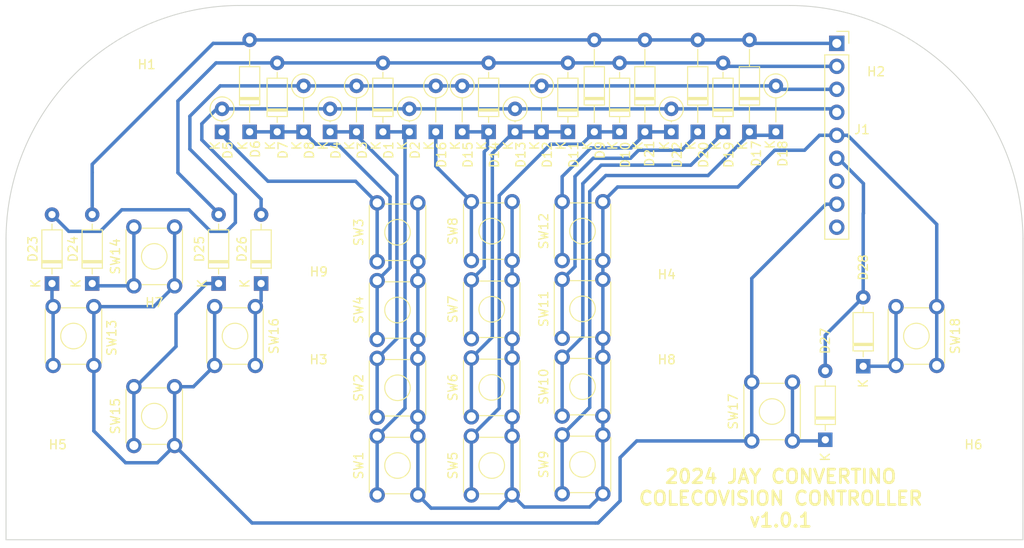
<source format=kicad_pcb>
(kicad_pcb (version 20221018) (generator pcbnew)
  (layers (0 "F.Cu" signal) (31 "B.Cu" signal) (34 "B.Paste" user) (35 "F.Paste" user) (36 "B.SilkS" user "B.Silkscreen") (37 "F.SilkS" user "F.Silkscreen") (38 "B.Mask" user) (39 "F.Mask" user) (44 "Edge.Cuts" user))
  (net 0 "")
  (net 1 "/DIN_2")
  (net 2 "/DIN_4")
  (net 3 "/DIN_3")
  (net 4 "/DIN_1")
  (net 5 "Net-(D1-K)")
  (net 6 "/DIN_8")
  (net 7 "Net-(D3-K)")
  (net 8 "/DIN_6")
  (net 9 "/DIN_5")
  (net 10 "Net-(D5-K)")
  (net 11 "Net-(D6-K)")
  (net 12 "Net-(D10-K)")
  (net 13 "Net-(D11-K)")
  (net 14 "Net-(D14-K)")
  (net 15 "Net-(D16-K)")
  (net 16 "Net-(D17-K)")
  (net 17 "Net-(D19-K)")
  (net 18 "Net-(D20-K)")
  (net 19 "Net-(D21-K)")
  (net 20 "Net-(D23-K)")
  (net 21 "Net-(D24-K)")
  (net 22 "Net-(D25-K)")
  (net 23 "Net-(D26-K)")
  (net 24 "Net-(D27-K)")
  (net 25 "Net-(D28-K)")
  (footprint "Diode_THT:D_DO-35_SOD27_P7.62mm_Horizontal" (layer "F.Cu") (at 128.651 85.852 90)
    (fp_text reference "D1" (at -2.032 0.635 90) (layer "F.SilkS"))
    (fp_text value "D_Small")
    (fp_text user "K" (at -1.524 -0.762 90) (layer "F.SilkS"))
    (pad "1" thru_hole rect (at 0 0 90) (size 1.6 1.6) (drill 0.8) (layers "*.Cu" "*.Mask") (net 5 "Net-(D1-K)"))
    (pad "2" thru_hole oval (at 7.62 0 90) (size 1.6 1.6) (drill 0.8) (layers "*.Cu" "*.Mask") (net 1 "/DIN_2"))
  )
  (footprint "Diode_THT:D_DO-35_SOD27_P2.54mm_Vertical_KathodeUp" (layer "F.Cu") (at 131.572 85.852 90)
    (fp_text reference "D2" (at -2.032 0.635 90) (layer "F.SilkS"))
    (fp_text value "D_Small")
    (fp_text user "K" (at -1.524 -0.762 90) (layer "F.SilkS"))
    (pad "1" thru_hole rect (at 0 0 90) (size 1.6 1.6) (drill 0.8) (layers "*.Cu" "*.Mask") (net 5 "Net-(D1-K)"))
    (pad "2" thru_hole oval (at 2.54 0 90) (size 1.6 1.6) (drill 0.8) (layers "*.Cu" "*.Mask") (net 2 "/DIN_4"))
  )
  (footprint "Diode_THT:D_DO-35_SOD27_P2.54mm_Vertical_KathodeUp" (layer "F.Cu") (at 122.809 85.852 90)
    (fp_text reference "D4" (at -2.032 0.635 90) (layer "F.SilkS"))
    (fp_text value "D_Small")
    (fp_text user "K" (at -1.524 -0.762 90) (layer "F.SilkS"))
    (pad "1" thru_hole rect (at 0 0 90) (size 1.6 1.6) (drill 0.8) (layers "*.Cu" "*.Mask") (net 7 "Net-(D3-K)"))
    (pad "2" thru_hole oval (at 2.54 0 90) (size 1.6 1.6) (drill 0.8) (layers "*.Cu" "*.Mask") (net 2 "/DIN_4"))
  )
  (footprint "Diode_THT:D_DO-35_SOD27_P2.54mm_Vertical_KathodeUp" (layer "F.Cu") (at 110.871 85.852 90)
    (fp_text reference "D5" (at -2.032 0.635 90) (layer "F.SilkS"))
    (fp_text value "D_Small")
    (fp_text user "K" (at -1.524 -0.762 90) (layer "F.SilkS"))
    (pad "1" thru_hole rect (at 0 0 90) (size 1.6 1.6) (drill 0.8) (layers "*.Cu" "*.Mask") (net 10 "Net-(D5-K)"))
    (pad "2" thru_hole oval (at 2.54 0 90) (size 1.6 1.6) (drill 0.8) (layers "*.Cu" "*.Mask") (net 2 "/DIN_4"))
  )
  (footprint "Diode_THT:D_DO-35_SOD27_P10.16mm_Horizontal" (layer "F.Cu") (at 113.919 85.852 90)
    (fp_text reference "D6" (at -1.905 0.635 90) (layer "F.SilkS"))
    (fp_text value "D_Small")
    (fp_text user "K" (at -1.524 -0.762 90) (layer "F.SilkS"))
    (pad "1" thru_hole rect (at 0 0 90) (size 1.6 1.6) (drill 0.8) (layers "*.Cu" "*.Mask") (net 11 "Net-(D6-K)"))
    (pad "2" thru_hole oval (at 10.16 0 90) (size 1.6 1.6) (drill 0.8) (layers "*.Cu" "*.Mask") (net 4 "/DIN_1"))
  )
  (footprint "Diode_THT:D_DO-35_SOD27_P7.62mm_Horizontal" (layer "F.Cu") (at 116.967 85.852 90)
    (fp_text reference "D7" (at -2.032 0.635 90) (layer "F.SilkS"))
    (fp_text value "D_Small")
    (fp_text user "K" (at -1.524 -0.762 90) (layer "F.SilkS"))
    (pad "1" thru_hole rect (at 0 0 90) (size 1.6 1.6) (drill 0.8) (layers "*.Cu" "*.Mask") (net 11 "Net-(D6-K)"))
    (pad "2" thru_hole oval (at 7.62 0 90) (size 1.6 1.6) (drill 0.8) (layers "*.Cu" "*.Mask") (net 1 "/DIN_2"))
  )
  (footprint "Diode_THT:D_DO-35_SOD27_P5.08mm_Vertical_KathodeUp" (layer "F.Cu") (at 119.888 85.852 90)
    (fp_text reference "D8" (at -2.032 0.635 90) (layer "F.SilkS"))
    (fp_text value "D_Small")
    (fp_text user "K" (at -1.524 -0.762 90) (layer "F.SilkS"))
    (pad "1" thru_hole rect (at 0 0 90) (size 1.6 1.6) (drill 0.8) (layers "*.Cu" "*.Mask") (net 11 "Net-(D6-K)"))
    (pad "2" thru_hole oval (at 5.08 0 90) (size 1.6 1.6) (drill 0.8) (layers "*.Cu" "*.Mask") (net 3 "/DIN_3"))
  )
  (footprint "Diode_THT:D_DO-35_SOD27_P10.16mm_Horizontal" (layer "F.Cu") (at 152.019 85.852 90)
    (fp_text reference "D9" (at -2.032 0.635 90) (layer "F.SilkS"))
    (fp_text value "D_Small")
    (fp_text user "K" (at -1.524 -0.762 90) (layer "F.SilkS"))
    (pad "1" thru_hole rect (at 0 0 90) (size 1.6 1.6) (drill 0.8) (layers "*.Cu" "*.Mask") (net 12 "Net-(D10-K)"))
    (pad "2" thru_hole oval (at 10.16 0 90) (size 1.6 1.6) (drill 0.8) (layers "*.Cu" "*.Mask") (net 4 "/DIN_1"))
  )
  (footprint "Diode_THT:D_DO-35_SOD27_P7.62mm_Horizontal" (layer "F.Cu") (at 154.813 85.852 90)
    (fp_text reference "D10" (at -2.54 0.635 90) (layer "F.SilkS"))
    (fp_text value "D_Small")
    (fp_text user "K" (at -1.524 -0.762 90) (layer "F.SilkS"))
    (pad "1" thru_hole rect (at 0 0 90) (size 1.6 1.6) (drill 0.8) (layers "*.Cu" "*.Mask") (net 12 "Net-(D10-K)"))
    (pad "2" thru_hole oval (at 7.62 0 90) (size 1.6 1.6) (drill 0.8) (layers "*.Cu" "*.Mask") (net 1 "/DIN_2"))
  )
  (footprint "Diode_THT:D_DO-35_SOD27_P7.62mm_Horizontal" (layer "F.Cu") (at 149.098 85.852 90)
    (fp_text reference "D11" (at -2.54 0.635 90) (layer "F.SilkS"))
    (fp_text value "D_Small")
    (fp_text user "K" (at -1.524 -0.762 90) (layer "F.SilkS"))
    (pad "1" thru_hole rect (at 0 0 90) (size 1.6 1.6) (drill 0.8) (layers "*.Cu" "*.Mask") (net 13 "Net-(D11-K)"))
    (pad "2" thru_hole oval (at 7.62 0 90) (size 1.6 1.6) (drill 0.8) (layers "*.Cu" "*.Mask") (net 1 "/DIN_2"))
  )
  (footprint "Diode_THT:D_DO-35_SOD27_P5.08mm_Vertical_KathodeUp" (layer "F.Cu") (at 146.177 85.852 90)
    (fp_text reference "D12" (at -2.54 0.635 90) (layer "F.SilkS"))
    (fp_text value "D_Small")
    (fp_text user "K" (at -1.524 -0.762 90) (layer "F.SilkS"))
    (pad "1" thru_hole rect (at 0 0 90) (size 1.6 1.6) (drill 0.8) (layers "*.Cu" "*.Mask") (net 13 "Net-(D11-K)"))
    (pad "2" thru_hole oval (at 5.08 0 90) (size 1.6 1.6) (drill 0.8) (layers "*.Cu" "*.Mask") (net 3 "/DIN_3"))
  )
  (footprint "Diode_THT:D_DO-35_SOD27_P2.54mm_Vertical_KathodeUp" (layer "F.Cu") (at 143.256 85.852 90)
    (fp_text reference "D13" (at -2.54 0.635 90) (layer "F.SilkS"))
    (fp_text value "D_Small")
    (fp_text user "K" (at -1.524 -0.762 90) (layer "F.SilkS"))
    (pad "1" thru_hole rect (at 0 0 90) (size 1.6 1.6) (drill 0.8) (layers "*.Cu" "*.Mask") (net 13 "Net-(D11-K)"))
    (pad "2" thru_hole oval (at 2.54 0 90) (size 1.6 1.6) (drill 0.8) (layers "*.Cu" "*.Mask") (net 2 "/DIN_4"))
  )
  (footprint "Diode_THT:D_DO-35_SOD27_P7.62mm_Horizontal" (layer "F.Cu") (at 140.335 85.852 90)
    (fp_text reference "D14" (at -2.54 0.635 90) (layer "F.SilkS"))
    (fp_text value "D_Small")
    (fp_text user "K" (at -1.524 -0.762 90) (layer "F.SilkS"))
    (pad "1" thru_hole rect (at 0 0 90) (size 1.6 1.6) (drill 0.8) (layers "*.Cu" "*.Mask") (net 14 "Net-(D14-K)"))
    (pad "2" thru_hole oval (at 7.62 0 90) (size 1.6 1.6) (drill 0.8) (layers "*.Cu" "*.Mask") (net 1 "/DIN_2"))
  )
  (footprint "Diode_THT:D_DO-35_SOD27_P5.08mm_Vertical_KathodeUp" (layer "F.Cu") (at 137.414 85.852 90)
    (fp_text reference "D15" (at -2.54 0.635 90) (layer "F.SilkS"))
    (fp_text value "D_Small")
    (fp_text user "K" (at -1.524 -0.762 90) (layer "F.SilkS"))
    (pad "1" thru_hole rect (at 0 0 90) (size 1.6 1.6) (drill 0.8) (layers "*.Cu" "*.Mask") (net 14 "Net-(D14-K)"))
    (pad "2" thru_hole oval (at 5.08 0 90) (size 1.6 1.6) (drill 0.8) (layers "*.Cu" "*.Mask") (net 3 "/DIN_3"))
  )
  (footprint "Diode_THT:D_DO-35_SOD27_P5.08mm_Vertical_KathodeUp" (layer "F.Cu") (at 134.493 85.852 90)
    (fp_text reference "D16" (at -2.54 0.635 90) (layer "F.SilkS"))
    (fp_text value "D_Small")
    (fp_text user "K" (at -1.524 -0.762 90) (layer "F.SilkS"))
    (pad "1" thru_hole rect (at 0 0 90) (size 1.6 1.6) (drill 0.8) (layers "*.Cu" "*.Mask") (net 15 "Net-(D16-K)"))
    (pad "2" thru_hole oval (at 5.08 0 90) (size 1.6 1.6) (drill 0.8) (layers "*.Cu" "*.Mask") (net 3 "/DIN_3"))
  )
  (footprint "Diode_THT:D_DO-35_SOD27_P10.16mm_Horizontal" (layer "F.Cu") (at 169.164 85.852 90)
    (fp_text reference "D17" (at -2.413 0.762 90) (layer "F.SilkS"))
    (fp_text value "D_Small")
    (fp_text user "K" (at -1.524 -0.762 90) (layer "F.SilkS"))
    (pad "1" thru_hole rect (at 0 0 90) (size 1.6 1.6) (drill 0.8) (layers "*.Cu" "*.Mask") (net 16 "Net-(D17-K)"))
    (pad "2" thru_hole oval (at 10.16 0 90) (size 1.6 1.6) (drill 0.8) (layers "*.Cu" "*.Mask") (net 4 "/DIN_1"))
  )
  (footprint "Diode_THT:D_DO-35_SOD27_P5.08mm_Vertical_KathodeUp" (layer "F.Cu") (at 172.085 85.852 90)
    (fp_text reference "D18" (at -2.413 0.762 90) (layer "F.SilkS"))
    (fp_text value "D_Small")
    (fp_text user "K" (at -1.397 -0.635 90) (layer "F.SilkS"))
    (pad "1" thru_hole rect (at 0 0 90) (size 1.6 1.6) (drill 0.8) (layers "*.Cu" "*.Mask") (net 16 "Net-(D17-K)"))
    (pad "2" thru_hole oval (at 5.08 0 90) (size 1.6 1.6) (drill 0.8) (layers "*.Cu" "*.Mask") (net 3 "/DIN_3"))
  )
  (footprint "Diode_THT:D_DO-35_SOD27_P7.62mm_Horizontal" (layer "F.Cu") (at 166.243 85.852 90)
    (fp_text reference "D19" (at -2.54 0.635 90) (layer "F.SilkS"))
    (fp_text value "D_Small")
    (fp_text user "K" (at -1.524 -0.762 90) (layer "F.SilkS"))
    (pad "1" thru_hole rect (at 0 0 90) (size 1.6 1.6) (drill 0.8) (layers "*.Cu" "*.Mask") (net 17 "Net-(D19-K)"))
    (pad "2" thru_hole oval (at 7.62 0 90) (size 1.6 1.6) (drill 0.8) (layers "*.Cu" "*.Mask") (net 1 "/DIN_2"))
  )
  (footprint "Diode_THT:D_DO-35_SOD27_P10.16mm_Horizontal" (layer "F.Cu") (at 163.449 85.852 90)
    (fp_text reference "D20" (at -2.54 0.635 270) (layer "F.SilkS"))
    (fp_text value "D_Small")
    (fp_text user "K" (at -1.524 -0.762 90) (layer "F.SilkS"))
    (pad "1" thru_hole rect (at 0 0 90) (size 1.6 1.6) (drill 0.8) (layers "*.Cu" "*.Mask") (net 18 "Net-(D20-K)"))
    (pad "2" thru_hole oval (at 10.16 0 90) (size 1.6 1.6) (drill 0.8) (layers "*.Cu" "*.Mask") (net 4 "/DIN_1"))
  )
  (footprint "Diode_THT:D_DO-35_SOD27_P10.16mm_Horizontal" (layer "F.Cu") (at 157.607 85.852 90)
    (fp_text reference "D21" (at -2.413 0.508 270) (layer "F.SilkS"))
    (fp_text value "D_Small")
    (fp_text user "K" (at -1.524 -0.762 90) (layer "F.SilkS"))
    (pad "1" thru_hole rect (at 0 0 90) (size 1.6 1.6) (drill 0.8) (layers "*.Cu" "*.Mask") (net 19 "Net-(D21-K)"))
    (pad "2" thru_hole oval (at 10.16 0 90) (size 1.6 1.6) (drill 0.8) (layers "*.Cu" "*.Mask") (net 4 "/DIN_1"))
  )
  (footprint "Diode_THT:D_DO-35_SOD27_P2.54mm_Vertical_KathodeUp" (layer "F.Cu") (at 160.528 85.852 90)
    (fp_text reference "D22" (at -2.54 0.635 90) (layer "F.SilkS"))
    (fp_text value "D_Small")
    (fp_text user "K" (at -1.524 -0.762 90) (layer "F.SilkS"))
    (pad "1" thru_hole rect (at 0 0 90) (size 1.6 1.6) (drill 0.8) (layers "*.Cu" "*.Mask") (net 19 "Net-(D21-K)"))
    (pad "2" thru_hole oval (at 2.54 0 90) (size 1.6 1.6) (drill 0.8) (layers "*.Cu" "*.Mask") (net 2 "/DIN_4"))
  )
  (footprint "Connector_PinSocket_2.54mm:PinSocket_1x09_P2.54mm_Vertical" (layer "F.Cu") (at 178.816 76.073)
    (fp_text reference "J1" (at 2.794 9.525) (layer "F.SilkS"))
    (fp_text value "Conn_01x09")
    (pad "1" thru_hole rect (at 0 0) (size 1.7 1.7) (drill 1) (layers "*.Cu" "*.Mask") (net 4 "/DIN_1"))
    (pad "2" thru_hole oval (at 0 2.54) (size 1.7 1.7) (drill 1) (layers "*.Cu" "*.Mask") (net 1 "/DIN_2"))
    (pad "3" thru_hole oval (at 0 5.08) (size 1.7 1.7) (drill 1) (layers "*.Cu" "*.Mask") (net 3 "/DIN_3"))
    (pad "4" thru_hole oval (at 0 7.62) (size 1.7 1.7) (drill 1) (layers "*.Cu" "*.Mask") (net 2 "/DIN_4"))
    (pad "5" thru_hole oval (at 0 10.16) (size 1.7 1.7) (drill 1) (layers "*.Cu" "*.Mask") (net 9 "/DIN_5"))
    (pad "6" thru_hole oval (at 0 12.7) (size 1.7 1.7) (drill 1) (layers "*.Cu" "*.Mask") (net 8 "/DIN_6"))
    (pad "7" thru_hole oval (at 0 15.24) (size 1.7 1.7) (drill 1) (layers "*.Cu" "*.Mask"))
    (pad "8" thru_hole oval (at 0 17.78) (size 1.7 1.7) (drill 1) (layers "*.Cu" "*.Mask") (net 6 "/DIN_8"))
    (pad "9" thru_hole oval (at 0 20.32) (size 1.7 1.7) (drill 1) (layers "*.Cu" "*.Mask"))
  )
  (footprint "Button_Switch_THT:SW_TH_Tactile_Omron_B3F-10xx" (layer "F.Cu") (at 128.016 125.984 90)
    (fp_text reference "SW1" (at 3.25 -2.05 90) (layer "F.SilkS"))
    (fp_text value "SW_AST")
    (pad "1" thru_hole circle (at 0 0 90) (size 1.7 1.7) (drill 1) (layers "*.Cu" "*.Mask") (net 5 "Net-(D1-K)"))
    (pad "2" thru_hole circle (at 6.5 0 90) (size 1.7 1.7) (drill 1) (layers "*.Cu" "*.Mask") (net 5 "Net-(D1-K)"))
    (pad "3" thru_hole circle (at 0 4.5 90) (size 1.7 1.7) (drill 1) (layers "*.Cu" "*.Mask") (net 9 "/DIN_5"))
    (pad "4" thru_hole circle (at 6.5 4.5 90) (size 1.7 1.7) (drill 1) (layers "*.Cu" "*.Mask") (net 9 "/DIN_5"))
  )
  (footprint "Button_Switch_THT:SW_TH_Tactile_Omron_B3F-10xx" (layer "F.Cu") (at 128.016 117.390332 90)
    (fp_text reference "SW2" (at 3.25 -2.05 90) (layer "F.SilkS"))
    (fp_text value "SW_7")
    (pad "1" thru_hole circle (at 0 0 90) (size 1.7 1.7) (drill 1) (layers "*.Cu" "*.Mask") (net 7 "Net-(D3-K)"))
    (pad "2" thru_hole circle (at 6.5 0 90) (size 1.7 1.7) (drill 1) (layers "*.Cu" "*.Mask") (net 7 "Net-(D3-K)"))
    (pad "3" thru_hole circle (at 0 4.5 90) (size 1.7 1.7) (drill 1) (layers "*.Cu" "*.Mask") (net 9 "/DIN_5"))
    (pad "4" thru_hole circle (at 6.5 4.5 90) (size 1.7 1.7) (drill 1) (layers "*.Cu" "*.Mask") (net 9 "/DIN_5"))
  )
  (footprint "Button_Switch_THT:SW_TH_Tactile_Omron_B3F-10xx" (layer "F.Cu") (at 128.016 100.203 90)
    (fp_text reference "SW3" (at 3.25 -2.05 90) (layer "F.SilkS"))
    (fp_text value "SW_1")
    (pad "1" thru_hole circle (at 0 0 90) (size 1.7 1.7) (drill 1) (layers "*.Cu" "*.Mask") (net 10 "Net-(D5-K)"))
    (pad "2" thru_hole circle (at 6.5 0 90) (size 1.7 1.7) (drill 1) (layers "*.Cu" "*.Mask") (net 10 "Net-(D5-K)"))
    (pad "3" thru_hole circle (at 0 4.5 90) (size 1.7 1.7) (drill 1) (layers "*.Cu" "*.Mask") (net 9 "/DIN_5"))
    (pad "4" thru_hole circle (at 6.5 4.5 90) (size 1.7 1.7) (drill 1) (layers "*.Cu" "*.Mask") (net 9 "/DIN_5"))
  )
  (footprint "Button_Switch_THT:SW_TH_Tactile_Omron_B3F-10xx" (layer "F.Cu") (at 128.016 108.796666 90)
    (fp_text reference "SW4" (at 3.25 -2.05 90) (layer "F.SilkS"))
    (fp_text value "SW_4")
    (pad "1" thru_hole circle (at 0 0 90) (size 1.7 1.7) (drill 1) (layers "*.Cu" "*.Mask") (net 11 "Net-(D6-K)"))
    (pad "2" thru_hole circle (at 6.5 0 90) (size 1.7 1.7) (drill 1) (layers "*.Cu" "*.Mask") (net 11 "Net-(D6-K)"))
    (pad "3" thru_hole circle (at 0 4.5 90) (size 1.7 1.7) (drill 1) (layers "*.Cu" "*.Mask") (net 9 "/DIN_5"))
    (pad "4" thru_hole circle (at 6.5 4.5 90) (size 1.7 1.7) (drill 1) (layers "*.Cu" "*.Mask") (net 9 "/DIN_5"))
  )
  (footprint "Button_Switch_THT:SW_TH_Tactile_Omron_B3F-10xx" (layer "F.Cu") (at 138.43 125.984 90)
    (fp_text reference "SW5" (at 3.25 -2.05 90) (layer "F.SilkS"))
    (fp_text value "SW_0")
    (pad "1" thru_hole circle (at 0 0 90) (size 1.7 1.7) (drill 1) (layers "*.Cu" "*.Mask") (net 12 "Net-(D10-K)"))
    (pad "2" thru_hole circle (at 6.5 0 90) (size 1.7 1.7) (drill 1) (layers "*.Cu" "*.Mask") (net 12 "Net-(D10-K)"))
    (pad "3" thru_hole circle (at 0 4.5 90) (size 1.7 1.7) (drill 1) (layers "*.Cu" "*.Mask") (net 9 "/DIN_5"))
    (pad "4" thru_hole circle (at 6.5 4.5 90) (size 1.7 1.7) (drill 1) (layers "*.Cu" "*.Mask") (net 9 "/DIN_5"))
  )
  (footprint "Button_Switch_THT:SW_TH_Tactile_Omron_B3F-10xx" (layer "F.Cu") (at 138.43 117.348 90)
    (fp_text reference "SW6" (at 3.25 -2.05 90) (layer "F.SilkS"))
    (fp_text value "SW_8")
    (pad "1" thru_hole circle (at 0 0 90) (size 1.7 1.7) (drill 1) (layers "*.Cu" "*.Mask") (net 13 "Net-(D11-K)"))
    (pad "2" thru_hole circle (at 6.5 0 90) (size 1.7 1.7) (drill 1) (layers "*.Cu" "*.Mask") (net 13 "Net-(D11-K)"))
    (pad "3" thru_hole circle (at 0 4.5 90) (size 1.7 1.7) (drill 1) (layers "*.Cu" "*.Mask") (net 9 "/DIN_5"))
    (pad "4" thru_hole circle (at 6.5 4.5 90) (size 1.7 1.7) (drill 1) (layers "*.Cu" "*.Mask") (net 9 "/DIN_5"))
  )
  (footprint "Button_Switch_THT:SW_TH_Tactile_Omron_B3F-10xx" (layer "F.Cu") (at 138.43 108.712 90)
    (fp_text reference "SW7" (at 3.25 -2.05 90) (layer "F.SilkS"))
    (fp_text value "SW_5")
    (pad "1" thru_hole circle (at 0 0 90) (size 1.7 1.7) (drill 1) (layers "*.Cu" "*.Mask") (net 14 "Net-(D14-K)"))
    (pad "2" thru_hole circle (at 6.5 0 90) (size 1.7 1.7) (drill 1) (layers "*.Cu" "*.Mask") (net 14 "Net-(D14-K)"))
    (pad "3" thru_hole circle (at 0 4.5 90) (size 1.7 1.7) (drill 1) (layers "*.Cu" "*.Mask") (net 9 "/DIN_5"))
    (pad "4" thru_hole circle (at 6.5 4.5 90) (size 1.7 1.7) (drill 1) (layers "*.Cu" "*.Mask") (net 9 "/DIN_5"))
  )
  (footprint "Button_Switch_THT:SW_TH_Tactile_Omron_B3F-10xx" (layer "F.Cu") (at 138.43 100.076 90)
    (fp_text reference "SW8" (at 3.25 -2.05 90) (layer "F.SilkS"))
    (fp_text value "SW_2")
    (pad "1" thru_hole circle (at 0 0 90) (size 1.7 1.7) (drill 1) (layers "*.Cu" "*.Mask") (net 15 "Net-(D16-K)"))
    (pad "2" thru_hole circle (at 6.5 0 90) (size 1.7 1.7) (drill 1) (layers "*.Cu" "*.Mask") (net 15 "Net-(D16-K)"))
    (pad "3" thru_hole circle (at 0 4.5 90) (size 1.7 1.7) (drill 1) (layers "*.Cu" "*.Mask") (net 9 "/DIN_5"))
    (pad "4" thru_hole circle (at 6.5 4.5 90) (size 1.7 1.7) (drill 1) (layers "*.Cu" "*.Mask") (net 9 "/DIN_5"))
  )
  (footprint "Button_Switch_THT:SW_TH_Tactile_Omron_B3F-10xx" (layer "F.Cu") (at 148.463 125.857 90)
    (fp_text reference "SW9" (at 3.25 -2.05 90) (layer "F.SilkS"))
    (fp_text value "SW_POUND")
    (pad "1" thru_hole circle (at 0 0 90) (size 1.7 1.7) (drill 1) (layers "*.Cu" "*.Mask") (net 16 "Net-(D17-K)"))
    (pad "2" thru_hole circle (at 6.5 0 90) (size 1.7 1.7) (drill 1) (layers "*.Cu" "*.Mask") (net 16 "Net-(D17-K)"))
    (pad "3" thru_hole circle (at 0 4.5 90) (size 1.7 1.7) (drill 1) (layers "*.Cu" "*.Mask") (net 9 "/DIN_5"))
    (pad "4" thru_hole circle (at 6.5 4.5 90) (size 1.7 1.7) (drill 1) (layers "*.Cu" "*.Mask") (net 9 "/DIN_5"))
  )
  (footprint "Button_Switch_THT:SW_TH_Tactile_Omron_B3F-10xx" (layer "F.Cu") (at 148.463 117.263332 90)
    (fp_text reference "SW10" (at 3.25 -2.05 90) (layer "F.SilkS"))
    (fp_text value "SW_9")
    (pad "1" thru_hole circle (at 0 0 90) (size 1.7 1.7) (drill 1) (layers "*.Cu" "*.Mask") (net 17 "Net-(D19-K)"))
    (pad "2" thru_hole circle (at 6.5 0 90) (size 1.7 1.7) (drill 1) (layers "*.Cu" "*.Mask") (net 17 "Net-(D19-K)"))
    (pad "3" thru_hole circle (at 0 4.5 90) (size 1.7 1.7) (drill 1) (layers "*.Cu" "*.Mask") (net 9 "/DIN_5"))
    (pad "4" thru_hole circle (at 6.5 4.5 90) (size 1.7 1.7) (drill 1) (layers "*.Cu" "*.Mask") (net 9 "/DIN_5"))
  )
  (footprint "Button_Switch_THT:SW_TH_Tactile_Omron_B3F-10xx" (layer "F.Cu") (at 148.463 108.669666 90)
    (fp_text reference "SW11" (at 3.25 -2.05 90) (layer "F.SilkS"))
    (fp_text value "SW_6")
    (pad "1" thru_hole circle (at 0 0 90) (size 1.7 1.7) (drill 1) (layers "*.Cu" "*.Mask") (net 18 "Net-(D20-K)"))
    (pad "2" thru_hole circle (at 6.5 0 90) (size 1.7 1.7) (drill 1) (layers "*.Cu" "*.Mask") (net 18 "Net-(D20-K)"))
    (pad "3" thru_hole circle (at 0 4.5 90) (size 1.7 1.7) (drill 1) (layers "*.Cu" "*.Mask") (net 9 "/DIN_5"))
    (pad "4" thru_hole circle (at 6.5 4.5 90) (size 1.7 1.7) (drill 1) (layers "*.Cu" "*.Mask") (net 9 "/DIN_5"))
  )
  (footprint "Button_Switch_THT:SW_TH_Tactile_Omron_B3F-10xx" (layer "F.Cu") (at 148.463 100.076 90)
    (fp_text reference "SW12" (at 3.25 -2.05 90) (layer "F.SilkS"))
    (fp_text value "SW_3")
    (pad "1" thru_hole circle (at 0 0 90) (size 1.7 1.7) (drill 1) (layers "*.Cu" "*.Mask") (net 19 "Net-(D21-K)"))
    (pad "2" thru_hole circle (at 6.5 0 90) (size 1.7 1.7) (drill 1) (layers "*.Cu" "*.Mask") (net 19 "Net-(D21-K)"))
    (pad "3" thru_hole circle (at 0 4.5 90) (size 1.7 1.7) (drill 1) (layers "*.Cu" "*.Mask") (net 9 "/DIN_5"))
    (pad "4" thru_hole circle (at 6.5 4.5 90) (size 1.7 1.7) (drill 1) (layers "*.Cu" "*.Mask") (net 9 "/DIN_5"))
  )
  (footprint "Button_Switch_THT:SW_TH_Tactile_Omron_B3F-10xx" (layer "F.Cu") (at 92.202 111.672 90)
    (fp_text reference "SW13" (at 3.048 6.477 90) (layer "F.SilkS"))
    (fp_text value "SW_LEFT")
    (pad "1" thru_hole circle (at 0 0 90) (size 1.7 1.7) (drill 1) (layers "*.Cu" "*.Mask") (net 20 "Net-(D23-K)"))
    (pad "2" thru_hole circle (at 6.5 0 90) (size 1.7 1.7) (drill 1) (layers "*.Cu" "*.Mask") (net 20 "Net-(D23-K)"))
    (pad "3" thru_hole circle (at 0 4.5 90) (size 1.7 1.7) (drill 1) (layers "*.Cu" "*.Mask") (net 6 "/DIN_8"))
    (pad "4" thru_hole circle (at 6.5 4.5 90) (size 1.7 1.7) (drill 1) (layers "*.Cu" "*.Mask") (net 6 "/DIN_8"))
  )
  (footprint "Button_Switch_THT:SW_TH_Tactile_Omron_B3F-10xx" (layer "F.Cu") (at 101.128 102.87 90)
    (fp_text reference "SW14" (at 3.25 -2.05 90) (layer "F.SilkS"))
    (fp_text value "SW_UP")
    (pad "1" thru_hole circle (at 0 0 90) (size 1.7 1.7) (drill 1) (layers "*.Cu" "*.Mask") (net 21 "Net-(D24-K)"))
    (pad "2" thru_hole circle (at 6.5 0 90) (size 1.7 1.7) (drill 1) (layers "*.Cu" "*.Mask") (net 21 "Net-(D24-K)"))
    (pad "3" thru_hole circle (at 0 4.5 90) (size 1.7 1.7) (drill 1) (layers "*.Cu" "*.Mask") (net 6 "/DIN_8"))
    (pad "4" thru_hole circle (at 6.5 4.5 90) (size 1.7 1.7) (drill 1) (layers "*.Cu" "*.Mask") (net 6 "/DIN_8"))
  )
  (footprint "Button_Switch_THT:SW_TH_Tactile_Omron_B3F-10xx" (layer "F.Cu") (at 101.128 120.523 90)
    (fp_text reference "SW15" (at 3.25 -2.05 90) (layer "F.SilkS"))
    (fp_text value "SW_DOWN")
    (pad "1" thru_hole circle (at 0 0 90) (size 1.7 1.7) (drill 1) (layers "*.Cu" "*.Mask") (net 22 "Net-(D25-K)"))
    (pad "2" thru_hole circle (at 6.5 0 90) (size 1.7 1.7) (drill 1) (layers "*.Cu" "*.Mask") (net 22 "Net-(D25-K)"))
    (pad "3" thru_hole circle (at 0 4.5 90) (size 1.7 1.7) (drill 1) (layers "*.Cu" "*.Mask") (net 6 "/DIN_8"))
    (pad "4" thru_hole circle (at 6.5 4.5 90) (size 1.7 1.7) (drill 1) (layers "*.Cu" "*.Mask") (net 6 "/DIN_8"))
  )
  (footprint "Button_Switch_THT:SW_TH_Tactile_Omron_B3F-10xx" (layer "F.Cu") (at 114.554 105.172 -90)
    (fp_text reference "SW16" (at 3.25 -2.05 90) (layer "F.SilkS"))
    (fp_text value "SW_RIGHT")
    (pad "1" thru_hole circle (at 0 0 270) (size 1.7 1.7) (drill 1) (layers "*.Cu" "*.Mask") (net 23 "Net-(D26-K)"))
    (pad "2" thru_hole circle (at 6.5 0 270) (size 1.7 1.7) (drill 1) (layers "*.Cu" "*.Mask") (net 23 "Net-(D26-K)"))
    (pad "3" thru_hole circle (at 0 4.5 270) (size 1.7 1.7) (drill 1) (layers "*.Cu" "*.Mask") (net 6 "/DIN_8"))
    (pad "4" thru_hole circle (at 6.5 4.5 270) (size 1.7 1.7) (drill 1) (layers "*.Cu" "*.Mask") (net 6 "/DIN_8"))
  )
  (footprint "Button_Switch_THT:SW_TH_Tactile_Omron_B3F-10xx" (layer "F.Cu") (at 169.418 120.015 90)
    (fp_text reference "SW17" (at 3.25 -2.05 90) (layer "F.SilkS"))
    (fp_text value "SW_FIRE")
    (pad "1" thru_hole circle (at 0 0 90) (size 1.7 1.7) (drill 1) (layers "*.Cu" "*.Mask") (net 6 "/DIN_8"))
    (pad "2" thru_hole circle (at 6.5 0 90) (size 1.7 1.7) (drill 1) (layers "*.Cu" "*.Mask") (net 6 "/DIN_8"))
    (pad "3" thru_hole circle (at 0 4.5 90) (size 1.7 1.7) (drill 1) (layers "*.Cu" "*.Mask") (net 24 "Net-(D27-K)"))
    (pad "4" thru_hole circle (at 6.5 4.5 90) (size 1.7 1.7) (drill 1) (layers "*.Cu" "*.Mask") (net 24 "Net-(D27-K)"))
  )
  (footprint "Button_Switch_THT:SW_TH_Tactile_Omron_B3F-10xx" (layer "F.Cu") (at 189.865 105.172 -90)
    (fp_text reference "SW18" (at 3.25 -2.05 90) (layer "F.SilkS"))
    (fp_text value "SW_ARM")
    (pad "1" thru_hole circle (at 0 0 270) (size 1.7 1.7) (drill 1) (layers "*.Cu" "*.Mask") (net 9 "/DIN_5"))
    (pad "2" thru_hole circle (at 6.5 0 270) (size 1.7 1.7) (drill 1) (layers "*.Cu" "*.Mask") (net 9 "/DIN_5"))
    (pad "3" thru_hole circle (at 0 4.5 270) (size 1.7 1.7) (drill 1) (layers "*.Cu" "*.Mask") (net 25 "Net-(D28-K)"))
    (pad "4" thru_hole circle (at 6.5 4.5 270) (size 1.7 1.7) (drill 1) (layers "*.Cu" "*.Mask") (net 25 "Net-(D28-K)"))
  )
  (footprint "Diode_THT:D_DO-35_SOD27_P7.62mm_Horizontal" (layer "F.Cu") (at 92.075 102.616 90)
    (fp_text reference "D23" (at 3.81 -2.12 90) (layer "F.SilkS"))
    (fp_text value "D_Small")
    (fp_text user "K" (at 0 -1.8 90) (layer "F.SilkS"))
    (pad "1" thru_hole rect (at 0 0 90) (size 1.6 1.6) (drill 0.8) (layers "*.Cu" "*.Mask") (net 20 "Net-(D23-K)"))
    (pad "2" thru_hole oval (at 7.62 0 90) (size 1.6 1.6) (drill 0.8) (layers "*.Cu" "*.Mask") (net 3 "/DIN_3"))
  )
  (footprint "Diode_THT:D_DO-35_SOD27_P7.62mm_Horizontal" (layer "F.Cu") (at 96.52 102.616 90)
    (fp_text reference "D24" (at 3.81 -2.12 90) (layer "F.SilkS"))
    (fp_text value "D_Small")
    (fp_text user "K" (at 0 -1.8 90) (layer "F.SilkS"))
    (pad "1" thru_hole rect (at 0 0 90) (size 1.6 1.6) (drill 0.8) (layers "*.Cu" "*.Mask") (net 21 "Net-(D24-K)"))
    (pad "2" thru_hole oval (at 7.62 0 90) (size 1.6 1.6) (drill 0.8) (layers "*.Cu" "*.Mask") (net 4 "/DIN_1"))
  )
  (footprint "Diode_THT:D_DO-35_SOD27_P7.62mm_Horizontal" (layer "F.Cu") (at 110.49 102.616 90)
    (fp_text reference "D25" (at 3.81 -2.12 90) (layer "F.SilkS"))
    (fp_text value "D_Small")
    (fp_text user "K" (at 0 -1.8 90) (layer "F.SilkS"))
    (pad "1" thru_hole rect (at 0 0 90) (size 1.6 1.6) (drill 0.8) (layers "*.Cu" "*.Mask") (net 22 "Net-(D25-K)"))
    (pad "2" thru_hole oval (at 7.62 0 90) (size 1.6 1.6) (drill 0.8) (layers "*.Cu" "*.Mask") (net 1 "/DIN_2"))
  )
  (footprint "Diode_THT:D_DO-35_SOD27_P7.62mm_Horizontal" (layer "F.Cu") (at 115.189 102.616 90)
    (fp_text reference "D26" (at 3.81 -2.12 90) (layer "F.SilkS"))
    (fp_text value "D_Small")
    (fp_text user "K" (at 0 -1.8 90) (layer "F.SilkS"))
    (pad "1" thru_hole rect (at 0 0 90) (size 1.6 1.6) (drill 0.8) (layers "*.Cu" "*.Mask") (net 23 "Net-(D26-K)"))
    (pad "2" thru_hole oval (at 7.62 0 90) (size 1.6 1.6) (drill 0.8) (layers "*.Cu" "*.Mask") (net 2 "/DIN_4"))
  )
  (footprint "Diode_THT:D_DO-35_SOD27_P7.62mm_Horizontal" (layer "F.Cu") (at 177.546 119.888 90)
    (fp_text reference "D27" (at 10.922 0 90) (layer "F.SilkS"))
    (fp_text value "D_Small")
    (fp_text user "K" (at -1.905 0 90) (layer "F.SilkS"))
    (pad "1" thru_hole rect (at 0 0 90) (size 1.6 1.6) (drill 0.8) (layers "*.Cu" "*.Mask") (net 24 "Net-(D27-K)"))
    (pad "2" thru_hole oval (at 7.62 0 90) (size 1.6 1.6) (drill 0.8) (layers "*.Cu" "*.Mask") (net 8 "/DIN_6"))
  )
  (footprint "Diode_THT:D_DO-35_SOD27_P7.62mm_Horizontal" (layer "F.Cu") (at 181.737 111.76 90)
    (fp_text reference "D28" (at 10.922 0 90) (layer "F.SilkS"))
    (fp_text value "D_Small")
    (fp_text user "K" (at -1.905 0 90) (layer "F.SilkS"))
    (pad "1" thru_hole rect (at 0 0 90) (size 1.6 1.6) (drill 0.8) (layers "*.Cu" "*.Mask") (net 25 "Net-(D28-K)"))
    (pad "2" thru_hole oval (at 7.62 0 90) (size 1.6 1.6) (drill 0.8) (layers "*.Cu" "*.Mask") (net 8 "/DIN_6"))
  )
  (footprint "MountingHole:MountingHole_2.7mm_M2.5" (layer "F.Cu") (at 103.378 108.422)
    (fp_text reference "H7" (at 0 -3.7) (layer "F.SilkS"))
    (fp_text value "MountingHole")
    (pad "" np_thru_hole circle (at 0 0) (size 2.7 2.7) (drill 2.7) (layers "*.Cu" "*.Mask"))
  )
  (footprint "MountingHole:MountingHole_4.3mm_M4" (layer "F.Cu") (at 97.79 82.677)
    (fp_text reference "H1" (at 4.7498 -4.2672) (layer "F.SilkS"))
    (fp_text value "MountingHole")
    (pad "" np_thru_hole circle (at 0 0) (size 4.3 4.3) (drill 4.3) (layers "*.Cu" "*.Mask"))
  )
  (footprint "MountingHole:MountingHole_4.3mm_M4" (layer "F.Cu") (at 187.833 82.677)
    (fp_text reference "H2" (at -4.6736 -3.4798) (layer "F.SilkS"))
    (fp_text value "MountingHole")
    (pad "" np_thru_hole circle (at 0 0) (size 4.3 4.3) (drill 4.3) (layers "*.Cu" "*.Mask"))
  )
  (footprint "MountingHole:MountingHole_4.3mm_M4" (layer "F.Cu") (at 121.539 116.332)
    (fp_text reference "H3" (at 0 -5.3) (layer "F.SilkS"))
    (fp_text value "MountingHole")
    (pad "" np_thru_hole circle (at 0 0) (size 4.3 4.3) (drill 4.3) (layers "*.Cu" "*.Mask"))
  )
  (footprint "MountingHole:MountingHole_4.3mm_M4" (layer "F.Cu") (at 160.02 95.885)
    (fp_text reference "H4" (at 0 5.7404) (layer "F.SilkS"))
    (fp_text value "MountingHole")
    (pad "" np_thru_hole circle (at 0 0) (size 4.3 4.3) (drill 4.3) (layers "*.Cu" "*.Mask"))
  )
  (footprint "MountingHole:MountingHole_4.3mm_M4" (layer "F.Cu") (at 92.71 125.73)
    (fp_text reference "H5" (at 0 -5.3) (layer "F.SilkS"))
    (fp_text value "MountingHole")
    (pad "" np_thru_hole circle (at 0 0) (size 4.3 4.3) (drill 4.3) (layers "*.Cu" "*.Mask"))
  )
  (footprint "MountingHole:MountingHole_4.3mm_M4" (layer "F.Cu") (at 193.929 125.73)
    (fp_text reference "H6" (at 0 -5.3) (layer "F.SilkS"))
    (fp_text value "MountingHole")
    (pad "" np_thru_hole circle (at 0 0) (size 4.3 4.3) (drill 4.3) (layers "*.Cu" "*.Mask"))
  )
  (footprint "MountingHole:MountingHole_4.3mm_M4" (layer "F.Cu") (at 160.02 116.332)
    (fp_text reference "H8" (at 0 -5.3) (layer "F.SilkS"))
    (fp_text value "MountingHole")
    (pad "" np_thru_hole circle (at 0 0) (size 4.3 4.3) (drill 4.3) (layers "*.Cu" "*.Mask"))
  )
  (footprint "MountingHole:MountingHole_4.3mm_M4" (layer "F.Cu") (at 121.539 95.885)
    (fp_text reference "H9" (at 0.0254 5.4356) (layer "F.SilkS"))
    (fp_text value "MountingHole")
    (pad "" np_thru_hole circle (at 0 0) (size 4.3 4.3) (drill 4.3) (layers "*.Cu" "*.Mask"))
  )
  (footprint "Diode_THT:D_DO-35_SOD27_P5.08mm_Vertical_KathodeUp" (layer "F.Cu") (at 125.73 85.852 90)
    (fp_text reference "D3" (at -2.032 0.635 90) (layer "F.SilkS"))
    (fp_text value "D_Small")
    (fp_text user "K" (at -1.524 -0.762 90) (layer "F.SilkS"))
    (pad "1" thru_hole rect (at 0 0 90) (size 1.6 1.6) (drill 0.8) (layers "*.Cu" "*.Mask") (net 7 "Net-(D3-K)"))
    (pad "2" thru_hole oval (at 5.08 0 90) (size 1.6 1.6) (drill 0.8) (layers "*.Cu" "*.Mask") (net 3 "/DIN_3"))
  )
  (gr_arc (start 173.609 71.882) (mid 191.804287 79.468793) (end 199.393626 97.663018) (stroke (width 0.1016)) (layer "Edge.Cuts"))
  (gr_line (start 86.995 130.937) (end 86.994982 97.666626) (stroke (width 0.1016)) (layer "Edge.Cuts"))
  (gr_line (start 199.393626 97.663018) (end 199.39 130.937) (stroke (width 0.1016)) (layer "Edge.Cuts"))
  (gr_line (start 112.776 71.882) (end 173.609 71.882) (stroke (width 0.1016)) (layer "Edge.Cuts"))
  (gr_line (start 199.39 130.937) (end 86.995 130.937) (stroke (width 0.1016)) (layer "Edge.Cuts"))
  (gr_arc (start 86.994982 97.666626) (mid 94.581775 79.471339) (end 112.776 71.882) (stroke (width 0.1016)) (layer "Edge.Cuts"))
  (gr_text "2024 JAY CONVERTINO\nCOLECOVISION CONTROLLER\nv1.0.1" (at 172.6184 126.365) (layer "F.SilkS") (effects (font (size 1.5 1.5) (thickness 0.3))))
  (segment (start 116.967 78.232) (end 110.20471 78.232) (width 0.381) (layer "B.Cu") (net 1))
  (segment (start 166.624 78.613) (end 166.243 78.232) (width 0.381) (layer "B.Cu") (net 1))
  (segment (start 116.967 78.232) (end 166.243 78.232) (width 0.381) (layer "B.Cu") (net 1))
  (segment (start 105.994278 82.442433) (end 105.994278 90.373278) (width 0.381) (layer "B.Cu") (net 1))
  (segment (start 110.20471 78.232) (end 105.994278 82.442433) (width 0.381) (layer "B.Cu") (net 1))
  (segment (start 110.49 94.869) (end 110.49 94.996) (width 0.381) (layer "B.Cu") (net 1))
  (segment (start 178.816 78.613) (end 166.624 78.613) (width 0.381) (layer "B.Cu") (net 1))
  (segment (start 105.994278 90.373278) (end 110.49 94.869) (width 0.381) (layer "B.Cu") (net 1))
  (segment (start 178.689 78.486) (end 178.816 78.613) (width 0.381) (layer "B.Cu") (net 1))
  (segment (start 110.28593 83.312) (end 108.635899 84.962031) (width 0.381) (layer "B.Cu") (net 2))
  (segment (start 110.871 83.312) (end 178.435 83.312) (width 0.381) (layer "B.Cu") (net 2))
  (segment (start 115.189 93.29507) (end 115.189 94.996) (width 0.381) (layer "B.Cu") (net 2))
  (segment (start 160.782 83.693) (end 160.401 83.312) (width 0.381) (layer "B.Cu") (net 2))
  (segment (start 178.435 83.312) (end 178.816 83.693) (width 0.381) (layer "B.Cu") (net 2))
  (segment (start 108.635899 86.741969) (end 115.189 93.29507) (width 0.381) (layer "B.Cu") (net 2))
  (segment (start 122.555 83.312) (end 122.682 83.185) (width 0.381) (layer "B.Cu") (net 2))
  (segment (start 108.635899 84.962031) (end 108.635899 86.741969) (width 0.381) (layer "B.Cu") (net 2))
  (segment (start 110.49 83.312) (end 110.28593 83.312) (width 0.381) (layer "B.Cu") (net 2))
  (segment (start 112.344101 95.885969) (end 112.344101 92.786101) (width 0.381) (layer "B.Cu") (net 3))
  (segment (start 107.315089 87.757089) (end 107.315089 84.123841) (width 0.381) (layer "B.Cu") (net 3))
  (segment (start 111.379969 96.850101) (end 112.344101 95.885969) (width 0.381) (layer "B.Cu") (net 3))
  (segment (start 107.315089 84.123841) (end 110.66693 80.772) (width 0.381) (layer "B.Cu") (net 3))
  (segment (start 110.66693 80.772) (end 119.888 80.772) (width 0.381) (layer "B.Cu") (net 3))
  (segment (start 172.466 81.153) (end 172.085 80.772) (width 0.381) (layer "B.Cu") (net 3))
  (segment (start 93.929101 96.850101) (end 97.409969 96.850101) (width 0.381) (layer "B.Cu") (net 3))
  (segment (start 99.794171 94.465899) (end 107.215829 94.465899) (width 0.381) (layer "B.Cu") (net 3))
  (segment (start 178.816 81.153) (end 172.466 81.153) (width 0.381) (layer "B.Cu") (net 3))
  (segment (start 97.409969 96.850101) (end 99.794171 94.465899) (width 0.381) (layer "B.Cu") (net 3))
  (segment (start 146.177 80.772) (end 119.888 80.772) (width 0.381) (layer "B.Cu") (net 3))
  (segment (start 107.215829 94.465899) (end 109.600031 96.850101) (width 0.381) (layer "B.Cu") (net 3))
  (segment (start 172.085 80.772) (end 146.177 80.772) (width 0.381) (layer "B.Cu") (net 3))
  (segment (start 172.085 81.153) (end 171.831 80.899) (width 0.381) (layer "B.Cu") (net 3))
  (segment (start 109.600031 96.850101) (end 111.379969 96.850101) (width 0.381) (layer "B.Cu") (net 3))
  (segment (start 112.344101 92.786101) (end 107.315089 87.757089) (width 0.381) (layer "B.Cu") (net 3))
  (segment (start 92.075 94.996) (end 93.929101 96.850101) (width 0.381) (layer "B.Cu") (net 3))
  (segment (start 96.52 90.34488) (end 96.52 94.996) (width 0.381) (layer "B.Cu") (net 4))
  (segment (start 113.665 76.073) (end 109.892092 76.073) (width 0.381) (layer "B.Cu") (net 4))
  (segment (start 169.545 76.073) (end 169.164 75.692) (width 0.381) (layer "B.Cu") (net 4))
  (segment (start 178.816 76.073) (end 169.545 76.073) (width 0.381) (layer "B.Cu") (net 4))
  (segment (start 96.52 89.445092) (end 96.52 90.34488) (width 0.381) (layer "B.Cu") (net 4))
  (segment (start 109.892092 76.073) (end 96.52 89.445092) (width 0.381) (layer "B.Cu") (net 4))
  (segment (start 169.164 75.692) (end 113.919 75.692) (width 0.381) (layer "B.Cu") (net 4))
  (segment (start 131.094499 116.405501) (end 131.094499 86.329501) (width 0.381) (layer "B.Cu") (net 5))
  (segment (start 128.016 119.484) (end 128.016 125.984) (width 0.381) (layer "B.Cu") (net 5))
  (segment (start 131.445 85.979) (end 131.699 85.725) (width 0.381) (layer "B.Cu") (net 5))
  (segment (start 128.016 119.484) (end 131.094499 116.405501) (width 0.381) (layer "B.Cu") (net 5))
  (segment (start 131.572 85.852) (end 128.651 85.852) (width 0.381) (layer "B.Cu") (net 5))
  (segment (start 131.094499 86.329501) (end 131.572 85.852) (width 0.381) (layer "B.Cu") (net 5))
  (segment (start 114.18781 129.08281) (end 105.628 120.523) (width 0.381) (layer "B.Cu") (net 6))
  (segment (start 154.8671 126.645705) (end 152.429995 129.08281) (width 0.381) (layer "B.Cu") (net 6))
  (segment (start 154.8671 121.855556) (end 154.8671 126.645705) (width 0.381) (layer "B.Cu") (net 6))
  (segment (start 107.703 114.023) (end 110.054 111.672) (width 0.381) (layer "B.Cu") (net 6))
  (segment (start 178.816 93.853) (end 177.613919 93.853) (width 0.381) (layer "B.Cu") (net 6))
  (segment (start 105.628 114.023) (end 107.703 114.023) (width 0.381) (layer "B.Cu") (net 6))
  (segment (start 179.09407 93.853) (end 178.816 93.853) (width 0.381) (layer "B.Cu") (net 6))
  (segment (start 169.418 102.048919) (end 169.418 113.515) (width 0.381) (layer "B.Cu") (net 6))
  (segment (start 169.418 120.015) (end 169.418 113.515) (width 0.381) (layer "B.Cu") (net 6))
  (segment (start 178.816 93.853) (end 179.197 93.853) (width 0.381) (layer "B.Cu") (net 6))
  (segment (start 105.628 96.37) (end 105.628 102.87) (width 0.381) (layer "B.Cu") (net 6))
  (segment (start 103.326 105.172) (end 105.628 102.87) (width 0.381) (layer "B.Cu") (net 6))
  (segment (start 105.628 120.523) (end 103.723899 122.427101) (width 0.381) (layer "B.Cu") (net 6))
  (segment (start 152.429995 129.08281) (end 152.146 129.08281) (width 0.381) (layer "B.Cu") (net 6))
  (segment (start 110.054 111.672) (end 110.054 105.172) (width 0.381) (layer "B.Cu") (net 6))
  (segment (start 156.707656 120.015) (end 154.8671 121.855556) (width 0.381) (layer "B.Cu") (net 6))
  (segment (start 169.418 120.015) (end 156.707656 120.015) (width 0.381) (layer "B.Cu") (net 6))
  (segment (start 152.146 129.08281) (end 114.18781 129.08281) (width 0.381) (layer "B.Cu") (net 6))
  (segment (start 105.628 114.023) (end 105.628 120.523) (width 0.381) (layer "B.Cu") (net 6))
  (segment (start 103.723899 122.427101) (end 100.214031 122.427101) (width 0.381) (layer "B.Cu") (net 6))
  (segment (start 177.613919 93.853) (end 169.418 102.048919) (width 0.381) (layer "B.Cu") (net 6))
  (segment (start 96.702 105.172) (end 96.702 111.672) (width 0.381) (layer "B.Cu") (net 6))
  (segment (start 100.214031 122.427101) (end 96.702 118.91507) (width 0.381) (layer "B.Cu") (net 6))
  (segment (start 96.702 118.91507) (end 96.702 111.672) (width 0.381) (layer "B.Cu") (net 6))
  (segment (start 96.702 105.172) (end 103.326 105.172) (width 0.381) (layer "B.Cu") (net 6))
  (segment (start 125.476 85.979) (end 130.199511 90.702511) (width 0.381) (layer "B.Cu") (net 7))
  (segment (start 128.016 110.890332) (end 128.016 117.390332) (width 0.381) (layer "B.Cu") (net 7))
  (segment (start 130.199511 90.702511) (end 130.199511 108.706821) (width 0.381) (layer "B.Cu") (net 7))
  (segment (start 122.809 85.852) (end 125.73 85.852) (width 0.381) (layer "B.Cu") (net 7))
  (segment (start 125.349 85.852) (end 125.476 85.979) (width 0.381) (layer "B.Cu") (net 7))
  (segment (start 130.199511 108.706821) (end 128.016 110.890332) (width 0.381) (layer "B.Cu") (net 7))
  (segment (start 181.7624 91.566595) (end 178.968805 88.773) (width 0.381) (layer "B.Cu") (net 8))
  (segment (start 177.546 112.268) (end 177.546 108.331) (width 0.381) (layer "B.Cu") (net 8))
  (segment (start 181.7624 94.869) (end 181.7624 91.566595) (width 0.381) (layer "B.Cu") (net 8))
  (segment (start 178.968805 88.773) (end 178.816 88.773) (width 0.381) (layer "B.Cu") (net 8))
  (segment (start 181.737 94.8944) (end 181.7624 94.869) (width 0.381) (layer "B.Cu") (net 8))
  (segment (start 177.546 108.331) (end 181.737 104.14) (width 0.381) (layer "B.Cu") (net 8))
  (segment (start 181.737 104.14) (end 181.737 94.8944) (width 0.381) (layer "B.Cu") (net 8))
  (segment (start 142.93 125.984) (end 142.93 93.576) (width 0.381) (layer "B.Cu") (net 9))
  (segment (start 175.26 87.884) (end 176.911 86.233) (width 0.381) (layer "B.Cu") (net 9))
  (segment (start 144.262601 127.316601) (end 151.503399 127.316601) (width 0.381) (layer "B.Cu") (net 9))
  (segment (start 189.865 105.172) (end 189.865 96.079919) (width 0.381) (layer "B.Cu") (net 9))
  (segment (start 176.911 86.233) (end 177.613919 86.233) (width 0.381) (layer "B.Cu") (net 9))
  (segment (start 154.591 91.948) (end 167.894 91.948) (width 0.381) (layer "B.Cu") (net 9))
  (segment (start 151.503399 127.316601) (end 152.963 125.857) (width 0.381) (layer "B.Cu") (net 9))
  (segment (start 142.93 125.984) (end 144.262601 127.316601) (width 0.381) (layer "B.Cu") (net 9))
  (segment (start 180.018081 86.233) (end 178.816 86.233) (width 0.381) (layer "B.Cu") (net 9))
  (segment (start 132.516 125.984) (end 133.975601 127.443601) (width 0.381) (layer "B.Cu") (net 9))
  (segment (start 152.963 93.576) (end 154.591 91.948) (width 0.381) (layer "B.Cu") (net 9))
  (segment (start 171.958 87.884) (end 175.26 87.884) (width 0.381) (layer "B.Cu") (net 9))
  (segment (start 189.865 96.079919) (end 180.018081 86.233) (width 0.381) (layer "B.Cu") (net 9))
  (segment (start 133.975601 127.443601) (end 141.470399 127.443601) (width 0.381) (layer "B.Cu") (net 9))
  (segment (start 177.613919 86.233) (end 178.816 86.233) (width 0.381) (layer "B.Cu") (net 9))
  (segment (start 189.865 105.172) (end 189.865 111.672) (width 0.381) (layer "B.Cu") (net 9))
  (segment (start 152.963 93.576) (end 152.963 125.857) (width 0.381) (layer "B.Cu") (net 9))
  (segment (start 167.894 91.948) (end 171.958 87.884) (width 0.381) (layer "B.Cu") (net 9))
  (segment (start 132.516 93.703) (end 132.516 125.984) (width 0.381) (layer "B.Cu") (net 9))
  (segment (start 141.470399 127.443601) (end 142.93 125.984) (width 0.381) (layer "B.Cu") (net 9))
  (segment (start 128.016 93.703) (end 128.016 100.203) (width 0.381) (layer "B.Cu") (net 10))
  (segment (start 115.951 91.313) (end 125.626 91.313) (width 0.381) (layer "B.Cu") (net 10))
  (segment (start 125.626 91.313) (end 128.016 93.703) (width 0.381) (layer "B.Cu") (net 10))
  (segment (start 110.49 85.852) (end 115.951 91.313) (width 0.381) (layer "B.Cu") (net 10))
  (segment (start 119.888 86.106) (end 119.888 85.852) (width 0.381) (layer "B.Cu") (net 11))
  (segment (start 129.437501 100.875165) (end 129.437501 93.020679) (width 0.381) (layer "B.Cu") (net 11))
  (segment (start 119.888 85.852) (end 121.259501 87.223501) (width 0.381) (layer "B.Cu") (net 11))
  (segment (start 119.888 85.852) (end 116.967 85.852) (width 0.381) (layer "B.Cu") (net 11))
  (segment (start 123.640323 87.223501) (end 129.437501 93.020679) (width 0.381) (layer "B.Cu") (net 11))
  (segment (start 128.016 102.296666) (end 129.437501 100.875165) (width 0.381) (layer "B.Cu") (net 11))
  (segment (start 119.507 86.233) (end 119.761 85.979) (width 0.381) (layer "B.Cu") (net 11))
  (segment (start 121.259501 87.223501) (end 123.640323 87.223501) (width 0.381) (layer "B.Cu") (net 11))
  (segment (start 116.967 85.852) (end 113.919 85.852) (width 0.381) (layer "B.Cu") (net 11))
  (segment (start 128.016 102.296666) (end 128.016 108.796666) (width 0.381) (layer "B.Cu") (net 11))
  (segment (start 117.221 85.852) (end 117.094 85.979) (width 0.381) (layer "B.Cu") (net 11))
  (segment (start 141.508499 92.893679) (end 141.508499 116.405501) (width 0.381) (layer "B.Cu") (net 12))
  (segment (start 138.43 119.484) (end 138.43 125.984) (width 0.381) (layer "B.Cu") (net 12))
  (segment (start 152.019 85.852) (end 150.6475 87.2235) (width 0.381) (layer "B.Cu") (net 12))
  (segment (start 147.178678 87.2235) (end 141.508499 92.893679) (width 0.381) (layer "B.Cu") (net 12))
  (segment (start 150.6475 87.2235) (end 147.178678 87.2235) (width 0.381) (layer "B.Cu") (net 12))
  (segment (start 151.892 86.106) (end 151.765 86.233) (width 0.381) (layer "B.Cu") (net 12))
  (segment (start 141.508499 116.405501) (end 138.43 119.484) (width 0.381) (layer "B.Cu") (net 12))
  (segment (start 152.019 85.852) (end 154.813 85.852) (width 0.381) (layer "B.Cu") (net 12))
  (segment (start 138.43 110.848) (end 140.746489 108.531511) (width 0.381) (layer "B.Cu") (net 13))
  (segment (start 143.129 85.852) (end 143.256 85.852) (width 0.381) (layer "B.Cu") (net 13))
  (segment (start 146.177 85.852) (end 149.098 85.852) (width 0.381) (layer "B.Cu") (net 13))
  (segment (start 148.717 85.852) (end 148.971 86.106) (width 0.381) (layer "B.Cu") (net 13))
  (segment (start 140.746489 108.531511) (end 140.746489 88.234511) (width 0.381) (layer "B.Cu") (net 13))
  (segment (start 143.256 85.852) (end 146.177 85.852) (width 0.381) (layer "B.Cu") (net 13))
  (segment (start 138.43 117.348) (end 138.43 110.848) (width 0.381) (layer "B.Cu") (net 13))
  (segment (start 140.746489 88.234511) (end 143.129 85.852) (width 0.381) (layer "B.Cu") (net 13))
  (segment (start 139.851501 100.790499) (end 138.43 102.212) (width 0.381) (layer "B.Cu") (net 14))
  (segment (start 139.851501 88.051855) (end 139.851501 100.790499) (width 0.381) (layer "B.Cu") (net 14))
  (segment (start 137.541 85.979) (end 137.414 85.852) (width 0.381) (layer "B.Cu") (net 14))
  (segment (start 138.43 108.712) (end 138.43 102.212) (width 0.381) (layer "B.Cu") (net 14))
  (segment (start 140.208 87.695356) (end 139.851501 88.051855) (width 0.381) (layer "B.Cu") (net 14))
  (segment (start 140.208 86.106) (end 140.208 87.695356) (width 0.381) (layer "B.Cu") (net 14))
  (segment (start 140.335 85.852) (end 137.414 85.852) (width 0.381) (layer "B.Cu") (net 14))
  (segment (start 140.081 85.979) (end 140.208 86.106) (width 0.381) (layer "B.Cu") (net 14))
  (segment (start 134.493 89.639) (end 134.822 89.968) (width 0.381) (layer "B.Cu") (net 15))
  (segment (start 134.493 85.852) (end 134.493 89.639) (width 0.381) (layer "B.Cu") (net 15))
  (segment (start 134.62 89.766) (end 134.822 89.968) (width 0.381) (layer "B.Cu") (net 15))
  (segment (start 134.822 89.968) (end 138.43 93.576) (width 0.381) (layer "B.Cu") (net 15))
  (segment (start 138.43 93.576) (end 138.43 100.076) (width 0.381) (layer "B.Cu") (net 15))
  (segment (start 171.577 86.233) (end 171.831 85.979) (width 0.381) (layer "B.Cu") (net 16))
  (segment (start 169.037 86.233) (end 164.592 90.678) (width 0.381) (layer "B.Cu") (net 16))
  (segment (start 153.289 90.678) (end 151.51101 92.45599) (width 0.381) (layer "B.Cu") (net 16))
  (segment (start 164.592 90.678) (end 153.289 90.678) (width 0.381) (layer "B.Cu") (net 16))
  (segment (start 151.51101 92.45599) (end 151.51101 116.30899) (width 0.381) (layer "B.Cu") (net 16))
  (segment (start 148.463 119.357) (end 148.463 125.857) (width 0.381) (layer "B.Cu") (net 16))
  (segment (start 151.51101 116.30899) (end 148.463 119.357) (width 0.381) (layer "B.Cu") (net 16))
  (segment (start 169.037 86.233) (end 171.577 86.233) (width 0.381) (layer "B.Cu") (net 16))
  (segment (start 148.463 110.763332) (end 148.463 117.263332) (width 0.381) (layer "B.Cu") (net 17))
  (segment (start 150.749 91.567) (end 150.749 108.477332) (width 0.381) (layer "B.Cu") (net 17))
  (segment (start 162.68699 89.53501) (end 152.78099 89.53501) (width 0.381) (layer "B.Cu") (net 17))
  (segment (start 166.116 86.106) (end 162.68699 89.53501) (width 0.381) (layer "B.Cu") (net 17))
  (segment (start 150.749 108.477332) (end 148.463 110.763332) (width 0.381) (layer "B.Cu") (net 17))
  (segment (start 152.78099 89.53501) (end 150.749 91.567) (width 0.381) (layer "B.Cu") (net 17))
  (segment (start 161.671 87.884) (end 163.322 86.233) (width 0.381) (layer "B.Cu") (net 18))
  (segment (start 156.906644 87.884) (end 161.671 87.884) (width 0.381) (layer "B.Cu") (net 18))
  (segment (start 148.463 102.169666) (end 149.884501 100.748165) (width 0.381) (layer "B.Cu") (net 18))
  (segment (start 148.463 102.169666) (end 148.463 108.669666) (width 0.381) (layer "B.Cu") (net 18))
  (segment (start 149.884501 90.780499) (end 151.892 88.773) (width 0.381) (layer "B.Cu") (net 18))
  (segment (start 149.884501 100.748165) (end 149.884501 90.780499) (width 0.381) (layer "B.Cu") (net 18))
  (segment (start 156.017644 88.773) (end 156.906644 87.884) (width 0.381) (layer "B.Cu") (net 18))
  (segment (start 151.892 88.773) (end 156.017644 88.773) (width 0.381) (layer "B.Cu") (net 18))
  (segment (start 148.463 93.576) (end 148.463 100.076) (width 0.381) (layer "B.Cu") (net 19))
  (segment (start 151.638 87.63) (end 148.463 90.805) (width 0.381) (layer "B.Cu") (net 19))
  (segment (start 148.463 90.805) (end 148.463 93.576) (width 0.381) (layer "B.Cu") (net 19))
  (segment (start 157.48 86.233) (end 156.083 87.63) (width 0.381) (layer "B.Cu") (net 19))
  (segment (start 156.083 87.63) (end 151.638 87.63) (width 0.381) (layer "B.Cu") (net 19))
  (segment (start 157.607 85.852) (end 160.528 85.852) (width 0.381) (layer "B.Cu") (net 19))
  (segment (start 92.202 105.172) (end 92.202 111.672) (width 0.381) (layer "B.Cu") (net 20))
  (segment (start 92.075 105.045) (end 92.202 105.172) (width 0.381) (layer "B.Cu") (net 20))
  (segment (start 92.075 102.616) (end 92.075 105.045) (width 0.381) (layer "B.Cu") (net 20))
  (segment (start 96.774 102.362) (end 96.52 102.616) (width 0.381) (layer "B.Cu") (net 21))
  (segment (start 101.128 102.87) (end 96.774 102.87) (width 0.381) (layer "B.Cu") (net 21))
  (segment (start 96.774 102.87) (end 96.52 102.616) (width 0.381) (layer "B.Cu") (net 21))
  (segment (start 101.128 102.87) (end 101.128 96.37) (width 0.381) (layer "B.Cu") (net 21))
  (segment (start 101.128 114.023) (end 101.128 120.523) (width 0.381) (layer "B.Cu") (net 22))
  (segment (start 105.782101 105.990499) (end 105.782101 109.575969) (width 0.381) (layer "B.Cu") (net 22))
  (segment (start 110.49 102.616) (end 109.1566 102.616) (width 0.381) (layer "B.Cu") (net 22))
  (segment (start 101.33507 114.023) (end 101.128 114.023) (width 0.381) (layer "B.Cu") (net 22))
  (segment (start 105.782101 109.575969) (end 101.33507 114.023) (width 0.381) (layer "B.Cu") (net 22))
  (segment (start 109.1566 102.616) (end 105.782101 105.990499) (width 0.381) (layer "B.Cu") (net 22))
  (segment (start 110.49 102.38693) (end 110.49 101.981) (width 0.381) (layer "B.Cu") (net 22))
  (segment (start 114.681 103.124) (end 115.189 102.616) (width 0.381) (layer "B.Cu") (net 23))
  (segment (start 115.189 104.537) (end 114.554 105.172) (width 0.381) (layer "B.Cu") (net 23))
  (segment (start 115.189 102.616) (end 115.189 104.537) (width 0.381) (layer "B.Cu") (net 23))
  (segment (start 114.554 105.172) (end 114.554 111.672) (width 0.381) (layer "B.Cu") (net 23))
  (segment (start 173.918 113.515) (end 173.918 120.015) (width 0.381) (layer "B.Cu") (net 24))
  (segment (start 177.419 120.015) (end 177.546 119.888) (width 0.381) (layer "B.Cu") (net 24))
  (segment (start 173.918 120.015) (end 177.419 120.015) (width 0.381) (layer "B.Cu") (net 24))
  (segment (start 185.277 111.76) (end 185.365 111.672) (width 0.381) (layer "B.Cu") (net 25))
  (segment (start 185.365 111.672) (end 185.365 105.172) (width 0.381) (layer "B.Cu") (net 25))
  (segment (start 181.737 111.76) (end 185.277 111.76) (width 0.381) (layer "B.Cu") (net 25))
)
</source>
